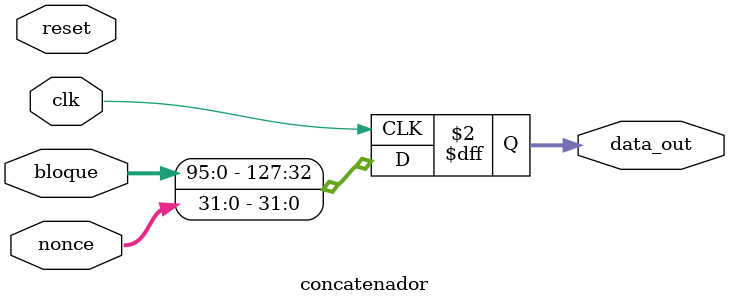
<source format=v>
module concatenador#(parameter byte = 8 )(
    input[byte*4-1:0] nonce,
    input [byte*12-1:0]bloque, 
    input clk, 
    input reset,
    output reg [byte*16-1:0]data_out);

always @(posedge clk) begin
    data_out[byte*4-1:0] <= nonce[byte*4-1:0];
    data_out[byte*16-1:byte*4] <= bloque[byte*12-1:0];
end

endmodule

</source>
